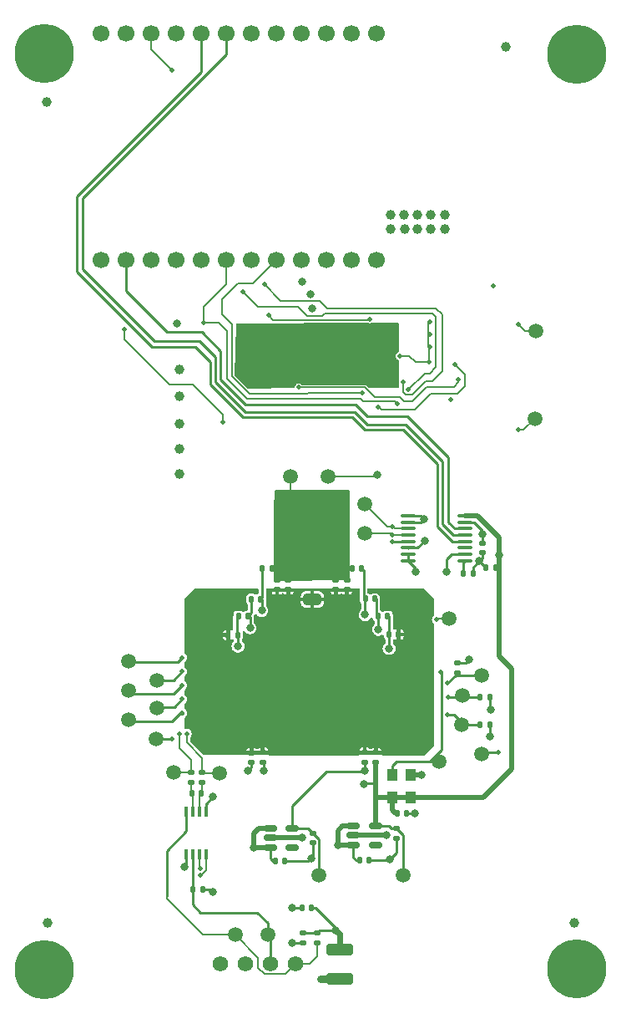
<source format=gtl>
G04 #@! TF.GenerationSoftware,KiCad,Pcbnew,8.0.4*
G04 #@! TF.CreationDate,2024-12-27T03:35:06+01:00*
G04 #@! TF.ProjectId,nerdaxe-gamma,6e657264-6178-4652-9d67-616d6d612e6b,rev?*
G04 #@! TF.SameCoordinates,Original*
G04 #@! TF.FileFunction,Copper,L1,Top*
G04 #@! TF.FilePolarity,Positive*
%FSLAX46Y46*%
G04 Gerber Fmt 4.6, Leading zero omitted, Abs format (unit mm)*
G04 Created by KiCad (PCBNEW 8.0.4) date 2024-12-27 03:35:06*
%MOMM*%
%LPD*%
G01*
G04 APERTURE LIST*
G04 Aperture macros list*
%AMRoundRect*
0 Rectangle with rounded corners*
0 $1 Rounding radius*
0 $2 $3 $4 $5 $6 $7 $8 $9 X,Y pos of 4 corners*
0 Add a 4 corners polygon primitive as box body*
4,1,4,$2,$3,$4,$5,$6,$7,$8,$9,$2,$3,0*
0 Add four circle primitives for the rounded corners*
1,1,$1+$1,$2,$3*
1,1,$1+$1,$4,$5*
1,1,$1+$1,$6,$7*
1,1,$1+$1,$8,$9*
0 Add four rect primitives between the rounded corners*
20,1,$1+$1,$2,$3,$4,$5,0*
20,1,$1+$1,$4,$5,$6,$7,0*
20,1,$1+$1,$6,$7,$8,$9,0*
20,1,$1+$1,$8,$9,$2,$3,0*%
G04 Aperture macros list end*
G04 #@! TA.AperFunction,SMDPad,CuDef*
%ADD10C,1.500000*%
G04 #@! TD*
G04 #@! TA.AperFunction,ComponentPad*
%ADD11C,1.700000*%
G04 #@! TD*
G04 #@! TA.AperFunction,SMDPad,CuDef*
%ADD12RoundRect,0.135000X0.135000X0.185000X-0.135000X0.185000X-0.135000X-0.185000X0.135000X-0.185000X0*%
G04 #@! TD*
G04 #@! TA.AperFunction,SMDPad,CuDef*
%ADD13RoundRect,0.250000X-1.100000X0.325000X-1.100000X-0.325000X1.100000X-0.325000X1.100000X0.325000X0*%
G04 #@! TD*
G04 #@! TA.AperFunction,SMDPad,CuDef*
%ADD14C,1.000000*%
G04 #@! TD*
G04 #@! TA.AperFunction,SMDPad,CuDef*
%ADD15RoundRect,0.140000X0.140000X0.170000X-0.140000X0.170000X-0.140000X-0.170000X0.140000X-0.170000X0*%
G04 #@! TD*
G04 #@! TA.AperFunction,SMDPad,CuDef*
%ADD16RoundRect,0.140000X0.170000X-0.140000X0.170000X0.140000X-0.170000X0.140000X-0.170000X-0.140000X0*%
G04 #@! TD*
G04 #@! TA.AperFunction,SMDPad,CuDef*
%ADD17RoundRect,0.140000X-0.170000X0.140000X-0.170000X-0.140000X0.170000X-0.140000X0.170000X0.140000X0*%
G04 #@! TD*
G04 #@! TA.AperFunction,SMDPad,CuDef*
%ADD18RoundRect,0.135000X-0.185000X0.135000X-0.185000X-0.135000X0.185000X-0.135000X0.185000X0.135000X0*%
G04 #@! TD*
G04 #@! TA.AperFunction,SMDPad,CuDef*
%ADD19RoundRect,0.150000X-0.512500X-0.150000X0.512500X-0.150000X0.512500X0.150000X-0.512500X0.150000X0*%
G04 #@! TD*
G04 #@! TA.AperFunction,SMDPad,CuDef*
%ADD20R,1.100000X1.300000*%
G04 #@! TD*
G04 #@! TA.AperFunction,SMDPad,CuDef*
%ADD21RoundRect,0.140000X-0.140000X-0.170000X0.140000X-0.170000X0.140000X0.170000X-0.140000X0.170000X0*%
G04 #@! TD*
G04 #@! TA.AperFunction,ComponentPad*
%ADD22C,0.800000*%
G04 #@! TD*
G04 #@! TA.AperFunction,ComponentPad*
%ADD23C,6.000000*%
G04 #@! TD*
G04 #@! TA.AperFunction,SMDPad,CuDef*
%ADD24RoundRect,0.250000X-0.650000X0.325000X-0.650000X-0.325000X0.650000X-0.325000X0.650000X0.325000X0*%
G04 #@! TD*
G04 #@! TA.AperFunction,SMDPad,CuDef*
%ADD25RoundRect,0.135000X0.185000X-0.135000X0.185000X0.135000X-0.185000X0.135000X-0.185000X-0.135000X0*%
G04 #@! TD*
G04 #@! TA.AperFunction,SMDPad,CuDef*
%ADD26R,0.400000X1.100000*%
G04 #@! TD*
G04 #@! TA.AperFunction,SMDPad,CuDef*
%ADD27RoundRect,0.100000X-0.637500X-0.100000X0.637500X-0.100000X0.637500X0.100000X-0.637500X0.100000X0*%
G04 #@! TD*
G04 #@! TA.AperFunction,SMDPad,CuDef*
%ADD28RoundRect,0.135000X-0.135000X-0.185000X0.135000X-0.185000X0.135000X0.185000X-0.135000X0.185000X0*%
G04 #@! TD*
G04 #@! TA.AperFunction,ComponentPad*
%ADD29C,0.400000*%
G04 #@! TD*
G04 #@! TA.AperFunction,ComponentPad*
%ADD30C,1.574800*%
G04 #@! TD*
G04 #@! TA.AperFunction,ViaPad*
%ADD31C,0.500000*%
G04 #@! TD*
G04 #@! TA.AperFunction,ViaPad*
%ADD32C,0.800000*%
G04 #@! TD*
G04 #@! TA.AperFunction,ViaPad*
%ADD33C,1.000000*%
G04 #@! TD*
G04 #@! TA.AperFunction,Conductor*
%ADD34C,0.200000*%
G04 #@! TD*
G04 #@! TA.AperFunction,Conductor*
%ADD35C,0.600000*%
G04 #@! TD*
G04 #@! TA.AperFunction,Conductor*
%ADD36C,0.800000*%
G04 #@! TD*
G04 #@! TA.AperFunction,Conductor*
%ADD37C,0.254000*%
G04 #@! TD*
G04 #@! TA.AperFunction,Conductor*
%ADD38C,0.508000*%
G04 #@! TD*
G04 APERTURE END LIST*
D10*
X128270000Y-88011000D03*
X128397000Y-79121000D03*
D11*
X84250000Y-49022000D03*
X86790000Y-49022000D03*
X89330000Y-49022000D03*
X91870000Y-49022000D03*
X94410000Y-49022000D03*
X96950000Y-49022000D03*
X99490000Y-49022000D03*
X102030000Y-49022000D03*
X104570000Y-49022000D03*
X107110000Y-49022000D03*
X109650000Y-49022000D03*
X112190000Y-49022000D03*
X112190000Y-71942000D03*
X109650000Y-71942000D03*
X107110000Y-71942000D03*
X104570000Y-71942000D03*
X102030000Y-71942000D03*
X99490000Y-71942000D03*
X96950000Y-71942000D03*
X94410000Y-71942000D03*
X91870000Y-71942000D03*
X89330000Y-71942000D03*
X86790000Y-71942000D03*
X84250000Y-71942000D03*
D12*
X122010000Y-103710000D03*
X120990000Y-103710000D03*
D13*
X108458000Y-141781000D03*
X108458000Y-144731000D03*
D10*
X114860000Y-134280000D03*
D14*
X125270000Y-50310000D03*
X132260000Y-139060000D03*
X78850000Y-139070000D03*
D15*
X101570000Y-103154000D03*
X100610000Y-103154000D03*
D10*
X122860000Y-121970000D03*
X120820000Y-119010000D03*
D16*
X100655438Y-122810000D03*
X100655438Y-121850000D03*
D17*
X108072400Y-104360000D03*
X108072400Y-105320000D03*
D18*
X94520000Y-123850000D03*
X94520000Y-124870000D03*
D15*
X99161000Y-108024000D03*
X98201000Y-108024000D03*
D17*
X102110000Y-104360000D03*
X102110000Y-105320000D03*
D19*
X101392500Y-129520000D03*
X101392500Y-130470000D03*
X101392500Y-131420000D03*
X103667500Y-131420000D03*
X103667500Y-129520000D03*
D10*
X110990000Y-96640000D03*
X101144000Y-140268000D03*
X96280000Y-123890000D03*
X97834000Y-140298000D03*
X87080000Y-118492000D03*
X103505000Y-93853000D03*
D16*
X99525438Y-122820000D03*
X99525438Y-121860000D03*
X112140000Y-122790000D03*
X112140000Y-121830000D03*
D20*
X115680000Y-126370000D03*
X115680000Y-124070000D03*
X113780000Y-124070000D03*
X113780000Y-126370000D03*
D21*
X101940000Y-132840000D03*
X102900000Y-132840000D03*
D22*
X130250000Y-51120990D03*
X130909010Y-49530000D03*
X130909010Y-52711980D03*
X132500000Y-48870990D03*
D23*
X132500000Y-51120990D03*
D22*
X132500000Y-53370990D03*
X134090990Y-49530000D03*
X134090990Y-52711980D03*
X134750000Y-51120990D03*
D10*
X107315000Y-93853000D03*
D15*
X115270000Y-128010000D03*
X114310000Y-128010000D03*
D14*
X78750000Y-55900000D03*
D10*
X110990000Y-99610000D03*
D12*
X123720000Y-118980000D03*
X122700000Y-118980000D03*
D10*
X91650000Y-123880000D03*
D24*
X105670000Y-103375000D03*
X105670000Y-106325000D03*
D10*
X119550000Y-108280000D03*
X118520000Y-122760000D03*
D25*
X106174000Y-141148000D03*
X106174000Y-140128000D03*
D26*
X94870000Y-127840000D03*
X94220000Y-127840000D03*
X93570000Y-127840000D03*
X92920000Y-127840000D03*
X92920000Y-132140000D03*
X93570000Y-132140000D03*
X94220000Y-132140000D03*
X94870000Y-132140000D03*
D10*
X87080000Y-112616000D03*
D19*
X109843500Y-129279000D03*
X109843500Y-130229000D03*
X109843500Y-131179000D03*
X112118500Y-131179000D03*
X112118500Y-129279000D03*
D22*
X130250000Y-143728000D03*
X130909010Y-142137010D03*
X130909010Y-145318990D03*
X132500000Y-141478000D03*
D23*
X132500000Y-143728000D03*
D22*
X132500000Y-145978000D03*
X134090990Y-142137010D03*
X134090990Y-145318990D03*
X134750000Y-143728000D03*
D17*
X122930000Y-100640000D03*
X122930000Y-101600000D03*
X103240000Y-104360000D03*
X103240000Y-105320000D03*
D18*
X120380000Y-112750000D03*
X120380000Y-113770000D03*
D10*
X122860000Y-113980000D03*
X89860000Y-120480000D03*
D22*
X80750000Y-143855000D03*
X80090990Y-145445990D03*
X80090990Y-142264010D03*
X78500000Y-146105000D03*
D23*
X78500000Y-143855000D03*
D22*
X78500000Y-141605000D03*
X76909010Y-145445990D03*
X76909010Y-142264010D03*
X76250000Y-143855000D03*
D17*
X104734000Y-140138000D03*
X104734000Y-141098000D03*
D15*
X98090000Y-109925000D03*
X97130000Y-109925000D03*
X114410000Y-109860000D03*
X113450000Y-109860000D03*
D27*
X115427500Y-97855000D03*
X115427500Y-98505000D03*
X115427500Y-99155000D03*
X115427500Y-99805000D03*
X115427500Y-100455000D03*
X115427500Y-101105000D03*
X115427500Y-101755000D03*
X115427500Y-102405000D03*
X121152500Y-102405000D03*
X121152500Y-101755000D03*
X121152500Y-101105000D03*
X121152500Y-100455000D03*
X121152500Y-99805000D03*
X121152500Y-99155000D03*
X121152500Y-98505000D03*
X121152500Y-97855000D03*
D28*
X93560000Y-135710000D03*
X94580000Y-135710000D03*
D15*
X112010000Y-106266000D03*
X111050000Y-106266000D03*
D25*
X93380000Y-124870000D03*
X93380000Y-123850000D03*
D21*
X110481000Y-132739000D03*
X111441000Y-132739000D03*
D15*
X124270000Y-103110000D03*
X123310000Y-103110000D03*
D16*
X111000000Y-122790000D03*
X111000000Y-121830000D03*
D22*
X76250000Y-51054000D03*
X76909010Y-49463010D03*
X76909010Y-52644990D03*
X78500000Y-48804000D03*
D23*
X78500000Y-51054000D03*
D22*
X78500000Y-53304000D03*
X80090990Y-49463010D03*
X80090990Y-52644990D03*
X80750000Y-51054000D03*
D17*
X109190000Y-104360000D03*
X109190000Y-105320000D03*
D12*
X123720000Y-116220000D03*
X122700000Y-116220000D03*
D15*
X110695000Y-103146000D03*
X109735000Y-103146000D03*
D10*
X106360000Y-134230000D03*
X120900000Y-116060000D03*
X89890000Y-114520000D03*
D29*
X109090000Y-80137000D03*
X110490000Y-80137000D03*
X111890000Y-80137000D03*
X108090000Y-81417000D03*
X109090000Y-81417000D03*
X110490000Y-81417000D03*
X111890000Y-81417000D03*
X112890000Y-81417000D03*
X109090000Y-82697000D03*
X110490000Y-82697000D03*
X111890000Y-82697000D03*
D15*
X94440000Y-125940000D03*
X93480000Y-125940000D03*
X113310000Y-108026000D03*
X112350000Y-108026000D03*
X105574000Y-137528000D03*
X104614000Y-137528000D03*
D10*
X87080000Y-115554000D03*
X89890000Y-117310000D03*
D17*
X114240000Y-129540000D03*
X114240000Y-130500000D03*
D15*
X100441000Y-106284000D03*
X99481000Y-106284000D03*
D17*
X105750000Y-129990000D03*
X105750000Y-130950000D03*
D30*
X96382400Y-143240851D03*
X98922400Y-143240851D03*
X101462400Y-143240851D03*
X104002400Y-143240851D03*
D31*
X117602000Y-78232000D03*
X117602000Y-79502000D03*
X117602000Y-80772000D03*
X106426000Y-144780000D03*
X91440000Y-52705000D03*
X98679000Y-75184000D03*
X100838000Y-74422000D03*
X86614000Y-78994000D03*
X114935000Y-84328000D03*
X115443000Y-85090000D03*
X96635000Y-88380000D03*
X119761000Y-86106000D03*
X126619000Y-89154000D03*
X126619000Y-78486000D03*
X120523000Y-84074000D03*
X120142000Y-82550000D03*
X124079000Y-74549000D03*
D32*
X105664000Y-76835000D03*
D31*
X117483000Y-82296000D03*
D32*
X105610000Y-116830000D03*
X112180000Y-119260000D03*
X113580000Y-132650000D03*
X98050000Y-114260000D03*
X104490000Y-118700000D03*
D33*
X119126000Y-68802000D03*
D32*
X112180000Y-120800000D03*
X106740000Y-119930000D03*
D33*
X113665000Y-68802000D03*
D32*
X106740000Y-118720000D03*
X104640000Y-130470000D03*
X105540000Y-132550000D03*
D33*
X115005332Y-67405000D03*
D32*
X116770000Y-124080000D03*
X106740000Y-117780000D03*
X104490000Y-117760000D03*
X105630000Y-118700000D03*
D33*
X92202000Y-88519000D03*
D32*
X115260000Y-109040000D03*
X123750000Y-117530000D03*
D33*
X92202000Y-93599000D03*
D32*
X106740000Y-116860000D03*
X105620000Y-82057000D03*
X103604000Y-137538000D03*
X116050000Y-128010000D03*
D33*
X92202000Y-91059000D03*
D32*
X104490000Y-119910000D03*
D33*
X117729000Y-68802000D03*
D32*
X112980000Y-114270000D03*
X105537000Y-75438000D03*
X112280000Y-93737000D03*
X117090000Y-100360000D03*
D33*
X117729000Y-67405000D03*
D32*
X121580000Y-112400000D03*
D33*
X92210000Y-83058000D03*
X113665000Y-67405000D03*
D32*
X122640000Y-102460000D03*
X103604000Y-141088000D03*
X113180000Y-130220000D03*
X119280000Y-103505000D03*
X99370000Y-119240000D03*
D33*
X116372000Y-68805000D03*
X119126000Y-67405000D03*
D32*
X123710000Y-120230000D03*
X96600000Y-108920000D03*
X104490000Y-115746000D03*
X103580000Y-80447000D03*
X105610000Y-80457000D03*
X104648000Y-74168000D03*
X98440000Y-121490000D03*
X92680000Y-133370000D03*
X104490000Y-116840000D03*
X99510000Y-80427000D03*
D33*
X115045332Y-68805000D03*
X92202000Y-85725000D03*
D32*
X106740000Y-115766000D03*
X116990000Y-98200000D03*
D33*
X116332000Y-67405000D03*
D32*
X101500000Y-80427000D03*
X105610000Y-78747000D03*
X107569000Y-99060000D03*
X102489000Y-97790000D03*
X105029000Y-101600000D03*
X102489000Y-100330000D03*
X108839000Y-101600000D03*
X106299000Y-100330000D03*
X106299000Y-99060000D03*
X103759000Y-97790000D03*
X103759000Y-100330000D03*
D31*
X104290000Y-84847000D03*
D32*
X102489000Y-101600000D03*
X103759000Y-102870000D03*
X105029000Y-100330000D03*
X108839000Y-100330000D03*
X102489000Y-99060000D03*
X107569000Y-101600000D03*
X106299000Y-101600000D03*
X107569000Y-102870000D03*
X108839000Y-99060000D03*
X107569000Y-100330000D03*
X105029000Y-97790000D03*
X108839000Y-97790000D03*
X107569000Y-97790000D03*
X103759000Y-101600000D03*
X108839000Y-102870000D03*
X105029000Y-99060000D03*
X102489000Y-102870000D03*
X103759000Y-99060000D03*
X106299000Y-97790000D03*
X108290000Y-131179000D03*
X99710000Y-131420000D03*
X108077000Y-139836400D03*
X91910000Y-78347000D03*
X95550000Y-135970000D03*
X122930000Y-99700000D03*
X95560000Y-126330000D03*
D31*
X94317599Y-134229617D03*
X112380000Y-86807000D03*
X111500000Y-77937000D03*
X101250000Y-77567000D03*
X114300000Y-86487000D03*
X94660000Y-78317000D03*
X94340000Y-133580000D03*
D32*
X100770000Y-123700000D03*
X99180000Y-123710000D03*
D31*
X119430000Y-116250000D03*
X119420000Y-118020000D03*
X124540000Y-121820000D03*
X92180000Y-119960000D03*
X92940000Y-119930000D03*
X114515000Y-81667000D03*
X110740000Y-85377000D03*
D32*
X113470000Y-111290000D03*
X110950000Y-124990000D03*
X124600000Y-101830000D03*
X116205000Y-103505000D03*
X110970000Y-123700000D03*
X112390000Y-109350000D03*
X111030000Y-107870000D03*
X100553800Y-107457400D03*
X99360000Y-109210000D03*
X98140000Y-111060000D03*
D31*
X119420000Y-114790000D03*
X113800000Y-98950000D03*
X113770000Y-99770000D03*
X113830000Y-100500000D03*
X118320000Y-108370000D03*
X118740000Y-113660000D03*
X92480000Y-112210000D03*
X92480000Y-113611428D03*
X92480000Y-115012856D03*
X92480000Y-116414284D03*
X92480000Y-117815712D03*
X91400000Y-120430000D03*
D34*
X117475000Y-79629000D02*
X117602000Y-79502000D01*
X117475000Y-78359000D02*
X117475000Y-79375000D01*
X117602000Y-78232000D02*
X117475000Y-78359000D01*
X117475000Y-79375000D02*
X117602000Y-79502000D01*
X117475000Y-80645000D02*
X117602000Y-80772000D01*
X117475000Y-79629000D02*
X117475000Y-80645000D01*
X117483000Y-80891000D02*
X117602000Y-80772000D01*
X117483000Y-82296000D02*
X117483000Y-80891000D01*
X100203000Y-76708000D02*
X98679000Y-75184000D01*
X104267000Y-76708000D02*
X100203000Y-76708000D01*
X106680000Y-77597000D02*
X105156000Y-77597000D01*
X106934000Y-77343000D02*
X106680000Y-77597000D01*
X117856000Y-77343000D02*
X106934000Y-77343000D01*
X118237000Y-77724000D02*
X117856000Y-77343000D01*
X117602000Y-83439000D02*
X118237000Y-82804000D01*
X105156000Y-77597000D02*
X104267000Y-76708000D01*
X117094000Y-83439000D02*
X117602000Y-83439000D01*
X118237000Y-82804000D02*
X118237000Y-77724000D01*
X115443000Y-85090000D02*
X117094000Y-83439000D01*
X102489000Y-76073000D02*
X100838000Y-74422000D01*
X106426000Y-76073000D02*
X102489000Y-76073000D01*
X107188000Y-76835000D02*
X106426000Y-76073000D01*
X118237000Y-76835000D02*
X107188000Y-76835000D01*
X118872000Y-83185000D02*
X118872000Y-77470000D01*
X117221000Y-84201000D02*
X117856000Y-84201000D01*
X115824000Y-85598000D02*
X117221000Y-84201000D01*
X115189000Y-85598000D02*
X115824000Y-85598000D01*
X114935000Y-85344000D02*
X115189000Y-85598000D01*
X117856000Y-84201000D02*
X118872000Y-83185000D01*
X118872000Y-77470000D02*
X118237000Y-76835000D01*
X114935000Y-84328000D02*
X114935000Y-85344000D01*
D35*
X108458000Y-140217400D02*
X108077000Y-139836400D01*
X108458000Y-141781000D02*
X108458000Y-140217400D01*
D34*
X106475000Y-144731000D02*
X106426000Y-144780000D01*
D36*
X108458000Y-144731000D02*
X106475000Y-144731000D01*
D34*
X112695000Y-87122000D02*
X112380000Y-86807000D01*
X116078000Y-87122000D02*
X112695000Y-87122000D01*
X120396000Y-85471000D02*
X117729000Y-85471000D01*
X120142000Y-82550000D02*
X121158000Y-83566000D01*
X121158000Y-84709000D02*
X120396000Y-85471000D01*
X121158000Y-83566000D02*
X121158000Y-84709000D01*
X117729000Y-85471000D02*
X116078000Y-87122000D01*
X89330000Y-50595000D02*
X89330000Y-49022000D01*
X91440000Y-52705000D02*
X89330000Y-50595000D01*
X86614000Y-80010000D02*
X86614000Y-78994000D01*
X91186000Y-84582000D02*
X86614000Y-80010000D01*
D37*
X118872000Y-98679000D02*
X119998000Y-99805000D01*
X118872000Y-92329000D02*
X118872000Y-98679000D01*
X111252000Y-88646000D02*
X115189000Y-88646000D01*
X119998000Y-99805000D02*
X121152500Y-99805000D01*
X109982000Y-87376000D02*
X111252000Y-88646000D01*
X98933000Y-87376000D02*
X109982000Y-87376000D01*
X95885000Y-84328000D02*
X98933000Y-87376000D01*
X82423000Y-72898000D02*
X89662000Y-80137000D01*
X115189000Y-88646000D02*
X118872000Y-92329000D01*
X82423000Y-65659000D02*
X82423000Y-72898000D01*
X95885000Y-81788000D02*
X95885000Y-84328000D01*
X96950000Y-51132000D02*
X82423000Y-65659000D01*
X94234000Y-80137000D02*
X95885000Y-81788000D01*
X89662000Y-80137000D02*
X94234000Y-80137000D01*
X96950000Y-49022000D02*
X96950000Y-51132000D01*
D34*
X96635000Y-87618000D02*
X96635000Y-88380000D01*
X93599000Y-84582000D02*
X96635000Y-87618000D01*
X91186000Y-84582000D02*
X93599000Y-84582000D01*
D37*
X119886000Y-100455000D02*
X121152500Y-100455000D01*
X118364000Y-92583000D02*
X118364000Y-98933000D01*
X118364000Y-98933000D02*
X119886000Y-100455000D01*
X114935000Y-89154000D02*
X118364000Y-92583000D01*
X109728000Y-87884000D02*
X110998000Y-89154000D01*
X110998000Y-89154000D02*
X114935000Y-89154000D01*
X98679000Y-87884000D02*
X109728000Y-87884000D01*
X95377000Y-82296000D02*
X95377000Y-84582000D01*
X93853000Y-80772000D02*
X95377000Y-82296000D01*
X89408000Y-80772000D02*
X93853000Y-80772000D01*
X95377000Y-84582000D02*
X98679000Y-87884000D01*
X81788000Y-73152000D02*
X89408000Y-80772000D01*
X94410000Y-52910000D02*
X81788000Y-65532000D01*
X81788000Y-65532000D02*
X81788000Y-73152000D01*
X94410000Y-49022000D02*
X94410000Y-52910000D01*
X86790000Y-75106000D02*
X86790000Y-71942000D01*
X90932000Y-79248000D02*
X86790000Y-75106000D01*
X94488000Y-79248000D02*
X90932000Y-79248000D01*
X96393000Y-84074000D02*
X96393000Y-81153000D01*
X98933000Y-86614000D02*
X96393000Y-84074000D01*
X111252000Y-87757000D02*
X110109000Y-86614000D01*
X115316000Y-87757000D02*
X111252000Y-87757000D01*
X96393000Y-81153000D02*
X94488000Y-79248000D01*
X110109000Y-86614000D02*
X98933000Y-86614000D01*
X119507000Y-98487000D02*
X119507000Y-91948000D01*
X120175000Y-99155000D02*
X119507000Y-98487000D01*
X119507000Y-91948000D02*
X115316000Y-87757000D01*
X121152500Y-99155000D02*
X120175000Y-99155000D01*
D34*
X105250000Y-85377000D02*
X110740000Y-85377000D01*
X99314000Y-85471000D02*
X105156000Y-85471000D01*
X97536000Y-83693000D02*
X99314000Y-85471000D01*
X96520000Y-77470000D02*
X97536000Y-78486000D01*
X98171000Y-74295000D02*
X96520000Y-75946000D01*
X105156000Y-85471000D02*
X105250000Y-85377000D01*
X99677000Y-74295000D02*
X98171000Y-74295000D01*
X96520000Y-75946000D02*
X96520000Y-77470000D01*
X97536000Y-78486000D02*
X97536000Y-83693000D01*
X102030000Y-71942000D02*
X99677000Y-74295000D01*
X96950000Y-74373000D02*
X96950000Y-71942000D01*
X94660000Y-76663000D02*
X96950000Y-74373000D01*
X94660000Y-78317000D02*
X94660000Y-76663000D01*
X120523000Y-84328000D02*
X120523000Y-84074000D01*
X120064000Y-84787000D02*
X120523000Y-84328000D01*
X115824000Y-86233000D02*
X117270000Y-84787000D01*
X114980527Y-86233000D02*
X115824000Y-86233000D01*
X114552927Y-85805400D02*
X114980527Y-86233000D01*
X112008400Y-85805400D02*
X114552927Y-85805400D01*
X111030000Y-84827000D02*
X112008400Y-85805400D01*
X117270000Y-84787000D02*
X120064000Y-84787000D01*
X104310000Y-84827000D02*
X111030000Y-84827000D01*
X104290000Y-84847000D02*
X104310000Y-84827000D01*
X96224000Y-78317000D02*
X94660000Y-78317000D01*
X97028000Y-79121000D02*
X96224000Y-78317000D01*
X97028000Y-83947000D02*
X97028000Y-79121000D01*
X99060000Y-85979000D02*
X97028000Y-83947000D01*
X110552000Y-85979000D02*
X99060000Y-85979000D01*
X114300000Y-86487000D02*
X114046000Y-86233000D01*
X114046000Y-86233000D02*
X110806000Y-86233000D01*
X110806000Y-86233000D02*
X110552000Y-85979000D01*
X127127000Y-89154000D02*
X126619000Y-89154000D01*
X128270000Y-88011000D02*
X127127000Y-89154000D01*
X127254000Y-79121000D02*
X126619000Y-78486000D01*
X128397000Y-79121000D02*
X127254000Y-79121000D01*
X112164000Y-93853000D02*
X112280000Y-93737000D01*
X107315000Y-93853000D02*
X112164000Y-93853000D01*
X103505000Y-97536000D02*
X103759000Y-97790000D01*
X103505000Y-93853000D02*
X103505000Y-97536000D01*
D37*
X101462400Y-140516400D02*
X101462400Y-143240851D01*
X101104000Y-140158000D02*
X101462400Y-140516400D01*
X108077000Y-139836400D02*
X108077000Y-139571000D01*
X108077000Y-139571000D02*
X106034000Y-137528000D01*
X108077000Y-139836400D02*
X106465600Y-139836400D01*
X106034000Y-137528000D02*
X105574000Y-137528000D01*
X106465600Y-139836400D02*
X106174000Y-140128000D01*
D34*
X102971251Y-144272000D02*
X104002400Y-143240851D01*
X100203000Y-143637000D02*
X100838000Y-144272000D01*
X100203000Y-142667000D02*
X100203000Y-143637000D01*
X100838000Y-144272000D02*
X102971251Y-144272000D01*
X97834000Y-140298000D02*
X100203000Y-142667000D01*
X105425149Y-143240851D02*
X104002400Y-143240851D01*
X106174000Y-141148000D02*
X106174000Y-142492000D01*
X106174000Y-142492000D02*
X105425149Y-143240851D01*
X90900000Y-136620000D02*
X90900000Y-136398000D01*
X97834000Y-140298000D02*
X94578000Y-140298000D01*
D37*
X90900000Y-136398000D02*
X90900000Y-131800000D01*
D34*
X94578000Y-140298000D02*
X90900000Y-136620000D01*
D37*
X101144000Y-139117000D02*
X101144000Y-140268000D01*
X94361000Y-138049000D02*
X100076000Y-138049000D01*
X93560000Y-137248000D02*
X94361000Y-138049000D01*
X100076000Y-138049000D02*
X101144000Y-139117000D01*
X93560000Y-135710000D02*
X93560000Y-137248000D01*
X93570000Y-132140000D02*
X93570000Y-135700000D01*
X93570000Y-135700000D02*
X93560000Y-135710000D01*
X93570000Y-132140000D02*
X93599000Y-132169000D01*
D34*
X117483000Y-82296000D02*
X116144000Y-82296000D01*
X115509000Y-81661000D02*
X114521000Y-81661000D01*
X116144000Y-82296000D02*
X115509000Y-81661000D01*
X114521000Y-81661000D02*
X114515000Y-81667000D01*
D37*
X104734000Y-141098000D02*
X103614000Y-141098000D01*
X123310000Y-103110000D02*
X123290000Y-103110000D01*
X123720000Y-116220000D02*
X123720000Y-117500000D01*
D38*
X115690000Y-124080000D02*
X115680000Y-124070000D01*
D37*
X121230000Y-112750000D02*
X121580000Y-112400000D01*
D38*
X101392500Y-130470000D02*
X104640000Y-130470000D01*
D37*
X116050000Y-128010000D02*
X115440000Y-128010000D01*
X120380000Y-112750000D02*
X121230000Y-112750000D01*
X116685000Y-98505000D02*
X116990000Y-98200000D01*
X123720000Y-120220000D02*
X123710000Y-120230000D01*
X122010000Y-103710000D02*
X122010000Y-103090000D01*
X123290000Y-103110000D02*
X122640000Y-102460000D01*
X115427500Y-98505000D02*
X116685000Y-98505000D01*
X111441000Y-132739000D02*
X113491000Y-132739000D01*
X102900000Y-132840000D02*
X105250000Y-132840000D01*
D38*
X109852500Y-130220000D02*
X109843500Y-130229000D01*
D37*
X103614000Y-141098000D02*
X103604000Y-141088000D01*
X115427500Y-97855000D02*
X116645000Y-97855000D01*
X115427500Y-101105000D02*
X116345000Y-101105000D01*
X92920000Y-133130000D02*
X92680000Y-133370000D01*
X114240000Y-131990000D02*
X113580000Y-132650000D01*
X123720000Y-118980000D02*
X123720000Y-120220000D01*
X105250000Y-132840000D02*
X105540000Y-132550000D01*
X114240000Y-130500000D02*
X114240000Y-131990000D01*
X113491000Y-132739000D02*
X113580000Y-132650000D01*
X115422500Y-101110000D02*
X115427500Y-101105000D01*
X122930000Y-101600000D02*
X122930000Y-102170000D01*
X122010000Y-103090000D02*
X122640000Y-102460000D01*
X105750000Y-132340000D02*
X105540000Y-132550000D01*
D34*
X109175000Y-105690000D02*
X109060000Y-105690000D01*
D37*
X119280000Y-103505000D02*
X119280000Y-102250000D01*
X104604000Y-137538000D02*
X104614000Y-137528000D01*
X119280000Y-102250000D02*
X119775000Y-101755000D01*
D38*
X113180000Y-130220000D02*
X109852500Y-130220000D01*
D37*
X119775000Y-101755000D02*
X121152500Y-101755000D01*
X116645000Y-97855000D02*
X116990000Y-98200000D01*
X92920000Y-132140000D02*
X92920000Y-133130000D01*
X122930000Y-102170000D02*
X122640000Y-102460000D01*
X105750000Y-130950000D02*
X105750000Y-132340000D01*
D38*
X116770000Y-124080000D02*
X115690000Y-124080000D01*
D37*
X123720000Y-117500000D02*
X123750000Y-117530000D01*
X103604000Y-137538000D02*
X104604000Y-137538000D01*
X116345000Y-101105000D02*
X117090000Y-100360000D01*
D38*
X99710000Y-130060000D02*
X100250000Y-129520000D01*
D37*
X109843500Y-132443500D02*
X109843500Y-131179000D01*
D38*
X99710000Y-131420000D02*
X99710000Y-130060000D01*
D37*
X101690000Y-132840000D02*
X101392500Y-132542500D01*
D38*
X99710000Y-131420000D02*
X101392500Y-131420000D01*
D37*
X104734000Y-140138000D02*
X106164000Y-140138000D01*
X110481000Y-132739000D02*
X110139000Y-132739000D01*
X106164000Y-140138000D02*
X106174000Y-140128000D01*
D38*
X100250000Y-129520000D02*
X101392500Y-129520000D01*
D37*
X101392500Y-132542500D02*
X101392500Y-131420000D01*
D38*
X108290000Y-131179000D02*
X108290000Y-129730000D01*
D37*
X101940000Y-132840000D02*
X101690000Y-132840000D01*
D38*
X108290000Y-129730000D02*
X108741000Y-129279000D01*
D37*
X110139000Y-132739000D02*
X109843500Y-132443500D01*
D38*
X108290000Y-131179000D02*
X109843500Y-131179000D01*
X108741000Y-129279000D02*
X109843500Y-129279000D01*
D37*
X94870000Y-127840000D02*
X94870000Y-127020000D01*
X122095000Y-98505000D02*
X122930000Y-99340000D01*
X121152500Y-98505000D02*
X122095000Y-98505000D01*
X94870000Y-127020000D02*
X95560000Y-126330000D01*
X95550000Y-135970000D02*
X95290000Y-135710000D01*
X122930000Y-99340000D02*
X122930000Y-99700000D01*
X122930000Y-100640000D02*
X122930000Y-99700000D01*
X95290000Y-135710000D02*
X94580000Y-135710000D01*
D34*
X94397490Y-134229617D02*
X94317599Y-134229617D01*
X94870000Y-133757107D02*
X94397490Y-134229617D01*
X94870000Y-132140000D02*
X94870000Y-133757107D01*
D37*
X97334000Y-140298000D02*
X97384000Y-140348000D01*
X90900000Y-131800000D02*
X92920000Y-129780000D01*
X92920000Y-129780000D02*
X92920000Y-127840000D01*
D34*
X111440000Y-77997000D02*
X111500000Y-77937000D01*
X101680000Y-77997000D02*
X111440000Y-77997000D01*
X101250000Y-77567000D02*
X101680000Y-77997000D01*
X94220000Y-133460000D02*
X94340000Y-133580000D01*
X94220000Y-132140000D02*
X94220000Y-133460000D01*
D37*
X100770000Y-122924562D02*
X100655438Y-122810000D01*
X100770000Y-123700000D02*
X100770000Y-122924562D01*
X99525438Y-123364562D02*
X99525438Y-122820000D01*
X99180000Y-123710000D02*
X99525438Y-123364562D01*
X119430000Y-116250000D02*
X122670000Y-116250000D01*
X122670000Y-116250000D02*
X122700000Y-116220000D01*
X120100000Y-118020000D02*
X121060000Y-118980000D01*
X121060000Y-118980000D02*
X122700000Y-118980000D01*
X119420000Y-118020000D02*
X120100000Y-118020000D01*
X120990000Y-102567500D02*
X121152500Y-102405000D01*
X120990000Y-103710000D02*
X120990000Y-102567500D01*
X123010000Y-121820000D02*
X122860000Y-121970000D01*
X124540000Y-121820000D02*
X123010000Y-121820000D01*
D34*
X91650000Y-123880000D02*
X93350000Y-123880000D01*
X93350000Y-123880000D02*
X93380000Y-123850000D01*
X92180000Y-119960000D02*
X92180000Y-121400000D01*
X92180000Y-121400000D02*
X93380000Y-122600000D01*
X93380000Y-122600000D02*
X93380000Y-123850000D01*
X96280000Y-123890000D02*
X94560000Y-123890000D01*
X92940000Y-120830000D02*
X94520000Y-122410000D01*
X94560000Y-123890000D02*
X94520000Y-123850000D01*
X92940000Y-119930000D02*
X92940000Y-120830000D01*
X94520000Y-122410000D02*
X94520000Y-123850000D01*
X94520000Y-125860000D02*
X94440000Y-125940000D01*
X94220000Y-126160000D02*
X94440000Y-125940000D01*
X94220000Y-127840000D02*
X94220000Y-126160000D01*
X94520000Y-124870000D02*
X94520000Y-125860000D01*
X93380000Y-124870000D02*
X93380000Y-125840000D01*
X93380000Y-125840000D02*
X93480000Y-125940000D01*
X93570000Y-127840000D02*
X93570000Y-126030000D01*
X93570000Y-126030000D02*
X93480000Y-125940000D01*
D37*
X113470000Y-109880000D02*
X113450000Y-109860000D01*
X113310000Y-108026000D02*
X113390000Y-108026000D01*
X113470000Y-111290000D02*
X113470000Y-109880000D01*
X113480000Y-109886000D02*
X113480000Y-108026000D01*
D38*
X112140000Y-124170000D02*
X112140000Y-122790000D01*
X112118500Y-126360000D02*
X112128500Y-126370000D01*
X114140000Y-128010000D02*
X113790000Y-127660000D01*
D37*
X114240000Y-129540000D02*
X114860000Y-130160000D01*
X110970000Y-124970000D02*
X111900000Y-124970000D01*
D38*
X112118500Y-124191500D02*
X112118500Y-126360000D01*
X112140000Y-124170000D02*
X112118500Y-124191500D01*
X124600000Y-101830000D02*
X124600000Y-100060000D01*
X124600000Y-100060000D02*
X122395000Y-97855000D01*
D37*
X116205000Y-103505000D02*
X116205000Y-103182500D01*
D38*
X122395000Y-97855000D02*
X121152500Y-97855000D01*
X113790000Y-127660000D02*
X113790000Y-126380000D01*
X124600000Y-112040000D02*
X124600000Y-101830000D01*
D37*
X114240000Y-129540000D02*
X113720000Y-129540000D01*
X114860000Y-130160000D02*
X114860000Y-134280000D01*
D38*
X113790000Y-126380000D02*
X113780000Y-126370000D01*
X112128500Y-126370000D02*
X113780000Y-126370000D01*
D37*
X113459000Y-129279000D02*
X112118500Y-129279000D01*
D38*
X125900000Y-113340000D02*
X124600000Y-112040000D01*
D37*
X111900000Y-124970000D02*
X112140000Y-124730000D01*
D38*
X125900000Y-123480000D02*
X125900000Y-113340000D01*
X122980000Y-126400000D02*
X125900000Y-123480000D01*
D37*
X110950000Y-124990000D02*
X110970000Y-124970000D01*
X113720000Y-129540000D02*
X113459000Y-129279000D01*
D38*
X112118500Y-126360000D02*
X112118500Y-129279000D01*
X114220000Y-126400000D02*
X122980000Y-126400000D01*
D37*
X115427500Y-101755000D02*
X115427500Y-102405000D01*
X116205000Y-103182500D02*
X115427500Y-102405000D01*
X103667500Y-129520000D02*
X103667500Y-127202500D01*
X110970000Y-123700000D02*
X110970000Y-123440000D01*
X103667500Y-127202500D02*
X107100000Y-123770000D01*
X105750000Y-129990000D02*
X106360000Y-130600000D01*
X105750000Y-129990000D02*
X105280000Y-129520000D01*
X106360000Y-130600000D02*
X106360000Y-134230000D01*
X107100000Y-123770000D02*
X110900000Y-123770000D01*
X111000000Y-123410000D02*
X111000000Y-122790000D01*
X110970000Y-123440000D02*
X111000000Y-123410000D01*
X110900000Y-123770000D02*
X110970000Y-123700000D01*
X105280000Y-129520000D02*
X103667500Y-129520000D01*
X112390000Y-108236000D02*
X112180000Y-108026000D01*
X112180000Y-108026000D02*
X112180000Y-106266000D01*
X112390000Y-109350000D02*
X112390000Y-108236000D01*
X111990000Y-106246000D02*
X112010000Y-106266000D01*
X111030000Y-106286000D02*
X111050000Y-106266000D01*
X110890000Y-103341000D02*
X110695000Y-103146000D01*
X111030000Y-107870000D02*
X111030000Y-106286000D01*
X110890000Y-106106000D02*
X110890000Y-103341000D01*
X111050000Y-106266000D02*
X110890000Y-106106000D01*
X100611000Y-107400200D02*
X100611000Y-106284000D01*
X100553800Y-107457400D02*
X100611000Y-107400200D01*
X100600000Y-106125000D02*
X100441000Y-106284000D01*
X100600000Y-103164000D02*
X100600000Y-106125000D01*
X100610000Y-103154000D02*
X100600000Y-103164000D01*
X99481000Y-107704000D02*
X99161000Y-108024000D01*
X99360000Y-109210000D02*
X99360000Y-108053000D01*
X99481000Y-106284000D02*
X99481000Y-107704000D01*
X99360000Y-108053000D02*
X99331000Y-108024000D01*
X98081000Y-109974000D02*
X98031000Y-109924000D01*
X98140000Y-109975000D02*
X98125000Y-109960000D01*
X98031000Y-109924000D02*
X98031000Y-108024000D01*
X98140000Y-111060000D02*
X98140000Y-109975000D01*
X119420000Y-114790000D02*
X120230000Y-113980000D01*
X120230000Y-113980000D02*
X122860000Y-113980000D01*
D34*
X113800000Y-98950000D02*
X113300000Y-98950000D01*
D37*
X113800000Y-98950000D02*
X113670000Y-98950000D01*
D34*
X114005000Y-99155000D02*
X113800000Y-98950000D01*
X115427500Y-99155000D02*
X114005000Y-99155000D01*
X113300000Y-98950000D02*
X110990000Y-96640000D01*
X113805000Y-99805000D02*
X113770000Y-99770000D01*
X113770000Y-99770000D02*
X113610000Y-99610000D01*
X115427500Y-99805000D02*
X113805000Y-99805000D01*
X113610000Y-99610000D02*
X110990000Y-99610000D01*
D37*
X115427500Y-100455000D02*
X113875000Y-100455000D01*
D34*
X118410000Y-108280000D02*
X118320000Y-108370000D01*
D37*
X113875000Y-100455000D02*
X113830000Y-100500000D01*
X115383100Y-100499400D02*
X115427500Y-100455000D01*
D34*
X119550000Y-108280000D02*
X118410000Y-108280000D01*
D37*
X118740000Y-113660000D02*
X118760000Y-113680000D01*
X113790000Y-123140000D02*
X113790000Y-124060000D01*
X114230000Y-122700000D02*
X113790000Y-123140000D01*
X118760000Y-113680000D02*
X118760000Y-121550000D01*
X117610000Y-122700000D02*
X114230000Y-122700000D01*
X118760000Y-121550000D02*
X117610000Y-122700000D01*
X113790000Y-124060000D02*
X113780000Y-124070000D01*
X92480000Y-112210000D02*
X92060000Y-112630000D01*
X92060000Y-112630000D02*
X87325600Y-112630000D01*
X87325600Y-112630000D02*
X87025800Y-112929800D01*
X92480000Y-113611428D02*
X91571428Y-114520000D01*
X91571428Y-114520000D02*
X89900000Y-114520000D01*
X87481400Y-115900000D02*
X87127400Y-115546000D01*
X91592856Y-115900000D02*
X87481400Y-115900000D01*
X92480000Y-115012856D02*
X91592856Y-115900000D01*
X91684284Y-117210000D02*
X89860000Y-117210000D01*
X92480000Y-116414284D02*
X91684284Y-117210000D01*
X87430000Y-118700000D02*
X87110000Y-118380000D01*
X92304288Y-117815712D02*
X91420000Y-118700000D01*
X92560000Y-117895712D02*
X92480000Y-117815712D01*
X92480000Y-117815712D02*
X92304288Y-117815712D01*
X91420000Y-118700000D02*
X87430000Y-118700000D01*
X91400000Y-120430000D02*
X89910000Y-120430000D01*
X89910000Y-120430000D02*
X89860000Y-120480000D01*
G04 #@! TA.AperFunction,Conductor*
G36*
X109416381Y-95270002D02*
G01*
X109462874Y-95323658D01*
X109474260Y-95375739D01*
X109477707Y-97040138D01*
X109493098Y-100644551D01*
X109508527Y-104257571D01*
X109488816Y-104325777D01*
X109435359Y-104372498D01*
X109383453Y-104384106D01*
X101897273Y-104439065D01*
X101829007Y-104419563D01*
X101782122Y-104366250D01*
X101770348Y-104312723D01*
X101770499Y-104257571D01*
X101789994Y-97131912D01*
X101790066Y-97128055D01*
X101849857Y-95371713D01*
X101872165Y-95304312D01*
X101927372Y-95259672D01*
X101975784Y-95250000D01*
X109348260Y-95250000D01*
X109416381Y-95270002D01*
G37*
G04 #@! TD.AperFunction*
G04 #@! TA.AperFunction,Conductor*
G36*
X117025706Y-105210463D02*
G01*
X117046342Y-105227061D01*
X117462911Y-105642809D01*
X117974836Y-106153726D01*
X118008381Y-106215016D01*
X118011241Y-106241348D01*
X118013216Y-107913366D01*
X117993611Y-107980428D01*
X117982930Y-107994714D01*
X117894623Y-108096627D01*
X117894622Y-108096628D01*
X117834834Y-108227543D01*
X117814353Y-108370000D01*
X117834834Y-108512456D01*
X117877931Y-108606823D01*
X117894623Y-108643373D01*
X117984009Y-108746531D01*
X118013034Y-108810086D01*
X118014296Y-108827587D01*
X118028758Y-121068567D01*
X118009153Y-121135629D01*
X117992456Y-121156377D01*
X117066362Y-122082832D01*
X117005046Y-122116329D01*
X116978566Y-122119168D01*
X112825776Y-122115883D01*
X112758752Y-122096145D01*
X112731584Y-122072415D01*
X112695358Y-122030000D01*
X110444643Y-122030000D01*
X110410112Y-122070430D01*
X110351604Y-122108623D01*
X110315724Y-122113898D01*
X101316358Y-122106781D01*
X101249334Y-122087043D01*
X101222165Y-122063312D01*
X101210796Y-122050000D01*
X100106558Y-122050000D01*
X100093434Y-122057166D01*
X100067076Y-122060000D01*
X98970080Y-122060000D01*
X98968899Y-122061383D01*
X98910391Y-122099575D01*
X98874512Y-122104850D01*
X94758540Y-122101595D01*
X94691516Y-122081857D01*
X94670957Y-122065276D01*
X94265681Y-121660000D01*
X98970080Y-121660000D01*
X99325438Y-121660000D01*
X99325438Y-121330000D01*
X99725438Y-121330000D01*
X99725438Y-121660000D01*
X100074318Y-121660000D01*
X100087442Y-121652834D01*
X100113800Y-121650000D01*
X100455438Y-121650000D01*
X100855438Y-121650000D01*
X101210795Y-121650000D01*
X101210794Y-121649999D01*
X101207627Y-121630000D01*
X110444642Y-121630000D01*
X110800000Y-121630000D01*
X111200000Y-121630000D01*
X111940000Y-121630000D01*
X112340000Y-121630000D01*
X112695357Y-121630000D01*
X112695356Y-121629999D01*
X112685534Y-121567982D01*
X112629447Y-121457906D01*
X112629444Y-121457901D01*
X112542098Y-121370555D01*
X112542093Y-121370551D01*
X112432015Y-121314463D01*
X112340691Y-121300000D01*
X112340000Y-121300000D01*
X112340000Y-121630000D01*
X111940000Y-121630000D01*
X111940000Y-121300000D01*
X111939310Y-121300001D01*
X111847982Y-121314465D01*
X111737906Y-121370552D01*
X111737901Y-121370555D01*
X111657681Y-121450776D01*
X111596358Y-121484261D01*
X111526666Y-121479277D01*
X111482319Y-121450776D01*
X111402098Y-121370555D01*
X111402093Y-121370551D01*
X111292015Y-121314463D01*
X111200691Y-121300000D01*
X111200000Y-121300000D01*
X111200000Y-121630000D01*
X110800000Y-121630000D01*
X110800000Y-121300000D01*
X110799310Y-121300001D01*
X110707982Y-121314465D01*
X110597906Y-121370552D01*
X110597901Y-121370555D01*
X110510555Y-121457901D01*
X110510551Y-121457906D01*
X110454463Y-121567983D01*
X110444642Y-121630000D01*
X101207627Y-121630000D01*
X101200972Y-121587982D01*
X101144885Y-121477906D01*
X101144882Y-121477901D01*
X101057536Y-121390555D01*
X101057531Y-121390551D01*
X100947453Y-121334463D01*
X100856129Y-121320000D01*
X100855438Y-121320000D01*
X100855438Y-121650000D01*
X100455438Y-121650000D01*
X100455438Y-121320000D01*
X100454748Y-121320001D01*
X100363420Y-121334465D01*
X100253344Y-121390552D01*
X100253339Y-121390555D01*
X100173119Y-121470776D01*
X100111796Y-121504261D01*
X100042104Y-121499277D01*
X99997757Y-121470776D01*
X99927536Y-121400555D01*
X99927531Y-121400551D01*
X99817453Y-121344463D01*
X99726129Y-121330000D01*
X99725438Y-121330000D01*
X99325438Y-121330000D01*
X99324748Y-121330001D01*
X99233420Y-121344465D01*
X99123344Y-121400552D01*
X99123339Y-121400555D01*
X99035993Y-121487901D01*
X99035989Y-121487906D01*
X98979901Y-121597983D01*
X98970080Y-121660000D01*
X94265681Y-121660000D01*
X94009971Y-121404290D01*
X93326819Y-120721137D01*
X93293334Y-120659814D01*
X93290500Y-120633456D01*
X93290500Y-120336035D01*
X93310185Y-120268996D01*
X93320782Y-120254837D01*
X93365377Y-120203373D01*
X93425165Y-120072457D01*
X93445647Y-119930000D01*
X93425165Y-119787543D01*
X93365377Y-119656627D01*
X93271128Y-119547857D01*
X93150053Y-119470047D01*
X93150051Y-119470046D01*
X93150049Y-119470045D01*
X93150050Y-119470045D01*
X93011963Y-119429500D01*
X93011961Y-119429500D01*
X92868039Y-119429500D01*
X92864000Y-119429500D01*
X92796961Y-119409815D01*
X92751206Y-119357011D01*
X92740000Y-119305500D01*
X92740000Y-118311275D01*
X92759685Y-118244236D01*
X92796962Y-118206959D01*
X92798155Y-118206191D01*
X92811128Y-118197855D01*
X92905377Y-118089085D01*
X92965165Y-117958169D01*
X92985647Y-117815712D01*
X92965165Y-117673255D01*
X92905377Y-117542339D01*
X92905375Y-117542337D01*
X92905374Y-117542334D01*
X92811133Y-117433574D01*
X92811129Y-117433571D01*
X92811128Y-117433569D01*
X92811126Y-117433567D01*
X92811122Y-117433564D01*
X92796958Y-117424461D01*
X92751204Y-117371656D01*
X92740000Y-117320148D01*
X92740000Y-116909847D01*
X92759685Y-116842808D01*
X92796962Y-116805531D01*
X92798155Y-116804763D01*
X92811128Y-116796427D01*
X92905377Y-116687657D01*
X92965165Y-116556741D01*
X92985647Y-116414284D01*
X92965165Y-116271827D01*
X92905377Y-116140911D01*
X92905375Y-116140909D01*
X92905374Y-116140906D01*
X92811133Y-116032146D01*
X92811129Y-116032143D01*
X92811128Y-116032141D01*
X92811126Y-116032139D01*
X92811122Y-116032136D01*
X92796958Y-116023033D01*
X92751204Y-115970228D01*
X92740000Y-115918720D01*
X92740000Y-115508419D01*
X92759685Y-115441380D01*
X92796962Y-115404103D01*
X92798155Y-115403335D01*
X92811128Y-115394999D01*
X92905377Y-115286229D01*
X92965165Y-115155313D01*
X92985647Y-115012856D01*
X92965165Y-114870399D01*
X92905377Y-114739483D01*
X92905375Y-114739481D01*
X92905374Y-114739478D01*
X92811133Y-114630718D01*
X92811129Y-114630715D01*
X92811128Y-114630713D01*
X92811126Y-114630711D01*
X92811122Y-114630708D01*
X92796958Y-114621605D01*
X92751204Y-114568800D01*
X92740000Y-114517292D01*
X92740000Y-114106991D01*
X92759685Y-114039952D01*
X92796962Y-114002675D01*
X92798155Y-114001907D01*
X92811128Y-113993571D01*
X92905377Y-113884801D01*
X92965165Y-113753885D01*
X92985647Y-113611428D01*
X92965165Y-113468971D01*
X92905377Y-113338055D01*
X92905375Y-113338053D01*
X92905374Y-113338050D01*
X92811133Y-113229290D01*
X92811129Y-113229287D01*
X92811128Y-113229285D01*
X92811126Y-113229283D01*
X92811122Y-113229280D01*
X92796958Y-113220177D01*
X92751204Y-113167372D01*
X92740000Y-113115864D01*
X92740000Y-112705563D01*
X92759685Y-112638524D01*
X92796962Y-112601247D01*
X92798155Y-112600479D01*
X92811128Y-112592143D01*
X92905377Y-112483373D01*
X92965165Y-112352457D01*
X92985647Y-112210000D01*
X92965165Y-112067543D01*
X92905377Y-111936627D01*
X92905375Y-111936625D01*
X92905374Y-111936622D01*
X92811133Y-111827862D01*
X92811129Y-111827859D01*
X92811128Y-111827857D01*
X92811126Y-111827855D01*
X92811122Y-111827852D01*
X92796958Y-111818749D01*
X92751204Y-111765944D01*
X92740000Y-111714436D01*
X92740000Y-110125689D01*
X96600001Y-110125689D01*
X96614465Y-110217017D01*
X96670552Y-110327093D01*
X96670555Y-110327098D01*
X96757901Y-110414444D01*
X96757906Y-110414447D01*
X96867982Y-110470534D01*
X96929999Y-110480356D01*
X96930000Y-110480356D01*
X96930000Y-110125000D01*
X96600001Y-110125000D01*
X96600001Y-110125689D01*
X92740000Y-110125689D01*
X92740000Y-109724308D01*
X96600000Y-109724308D01*
X96600000Y-109725000D01*
X96930000Y-109725000D01*
X96930000Y-109369641D01*
X96867983Y-109379463D01*
X96757906Y-109435551D01*
X96757901Y-109435555D01*
X96670555Y-109522901D01*
X96670551Y-109522906D01*
X96614463Y-109632984D01*
X96600000Y-109724308D01*
X92740000Y-109724308D01*
X92740000Y-106261334D01*
X92759685Y-106194295D01*
X92776284Y-106173687D01*
X92794257Y-106155700D01*
X93703717Y-105245520D01*
X93765026Y-105212012D01*
X93791330Y-105209168D01*
X100098406Y-105204176D01*
X100165457Y-105223807D01*
X100211254Y-105276574D01*
X100222500Y-105328175D01*
X100222500Y-105639742D01*
X100202815Y-105706781D01*
X100154795Y-105750226D01*
X100068612Y-105794138D01*
X100068603Y-105794145D01*
X100048681Y-105814068D01*
X99987358Y-105847553D01*
X99917666Y-105842569D01*
X99873319Y-105814068D01*
X99853396Y-105794145D01*
X99853393Y-105794143D01*
X99853391Y-105794141D01*
X99743175Y-105737983D01*
X99743174Y-105737982D01*
X99743171Y-105737981D01*
X99651735Y-105723500D01*
X99310260Y-105723500D01*
X99310260Y-105723501D01*
X99218829Y-105737981D01*
X99218828Y-105737981D01*
X99108607Y-105794142D01*
X99108603Y-105794145D01*
X99021145Y-105881603D01*
X99021142Y-105881608D01*
X98964981Y-105991827D01*
X98964981Y-105991828D01*
X98950500Y-106083264D01*
X98950500Y-106484739D01*
X98964981Y-106576170D01*
X98964981Y-106576171D01*
X98964982Y-106576174D01*
X98964983Y-106576175D01*
X98991828Y-106628862D01*
X99021142Y-106686392D01*
X99021144Y-106686395D01*
X99067180Y-106732430D01*
X99100666Y-106793753D01*
X99103500Y-106820112D01*
X99103500Y-107339964D01*
X99083815Y-107407003D01*
X99031011Y-107452758D01*
X98994976Y-107462095D01*
X98995078Y-107462738D01*
X98898829Y-107477981D01*
X98898828Y-107477981D01*
X98788607Y-107534142D01*
X98788603Y-107534145D01*
X98768681Y-107554068D01*
X98707358Y-107587553D01*
X98637666Y-107582569D01*
X98593319Y-107554068D01*
X98573396Y-107534145D01*
X98573393Y-107534143D01*
X98573391Y-107534141D01*
X98463175Y-107477983D01*
X98463174Y-107477982D01*
X98463171Y-107477981D01*
X98371735Y-107463500D01*
X98030260Y-107463500D01*
X98030260Y-107463501D01*
X97938829Y-107477981D01*
X97938828Y-107477981D01*
X97828607Y-107534142D01*
X97828603Y-107534145D01*
X97741145Y-107621603D01*
X97741142Y-107621608D01*
X97684981Y-107731827D01*
X97684981Y-107731828D01*
X97670500Y-107823264D01*
X97670500Y-107894530D01*
X97666275Y-107926622D01*
X97653500Y-107974299D01*
X97653500Y-109310347D01*
X97633815Y-109377386D01*
X97581011Y-109423141D01*
X97511853Y-109433085D01*
X97473205Y-109420832D01*
X97392016Y-109379463D01*
X97330000Y-109369641D01*
X97330000Y-110480356D01*
X97392017Y-110470534D01*
X97502093Y-110414447D01*
X97521963Y-110394578D01*
X97583286Y-110361092D01*
X97652977Y-110366075D01*
X97697331Y-110394581D01*
X97704159Y-110401409D01*
X97737639Y-110462735D01*
X97732650Y-110532426D01*
X97698698Y-110581899D01*
X97649518Y-110625468D01*
X97559781Y-110755475D01*
X97559780Y-110755476D01*
X97503762Y-110903181D01*
X97484722Y-111059999D01*
X97484722Y-111060000D01*
X97503762Y-111216818D01*
X97531517Y-111290000D01*
X97559780Y-111364523D01*
X97649517Y-111494530D01*
X97767760Y-111599283D01*
X97767762Y-111599284D01*
X97907634Y-111672696D01*
X98061014Y-111710500D01*
X98061015Y-111710500D01*
X98218985Y-111710500D01*
X98372365Y-111672696D01*
X98512240Y-111599283D01*
X98630483Y-111494530D01*
X98720220Y-111364523D01*
X98776237Y-111216818D01*
X98795278Y-111060000D01*
X98776237Y-110903182D01*
X98720220Y-110755477D01*
X98630483Y-110625470D01*
X98630481Y-110625468D01*
X98559273Y-110562383D01*
X98522146Y-110503194D01*
X98517500Y-110469568D01*
X98517500Y-110411112D01*
X98537185Y-110344073D01*
X98544210Y-110335355D01*
X98544120Y-110335290D01*
X98549851Y-110327398D01*
X98549859Y-110327391D01*
X98606017Y-110217175D01*
X98606017Y-110217173D01*
X98606018Y-110217172D01*
X98606018Y-110217171D01*
X98616312Y-110152175D01*
X98620500Y-110125735D01*
X98620499Y-109724266D01*
X98620499Y-109724265D01*
X98620499Y-109724260D01*
X98615282Y-109691321D01*
X98624237Y-109622028D01*
X98669233Y-109568576D01*
X98735985Y-109547937D01*
X98803298Y-109566662D01*
X98839805Y-109601485D01*
X98869514Y-109644527D01*
X98869516Y-109644529D01*
X98869517Y-109644530D01*
X98987760Y-109749283D01*
X98987762Y-109749284D01*
X99127634Y-109822696D01*
X99281014Y-109860500D01*
X99281015Y-109860500D01*
X99438985Y-109860500D01*
X99592365Y-109822696D01*
X99665087Y-109784528D01*
X99732240Y-109749283D01*
X99850483Y-109644530D01*
X99940220Y-109514523D01*
X99996237Y-109366818D01*
X100015278Y-109210000D01*
X99996237Y-109053182D01*
X99940220Y-108905477D01*
X99850483Y-108775470D01*
X99850481Y-108775468D01*
X99779273Y-108712383D01*
X99742146Y-108653194D01*
X99737500Y-108619568D01*
X99737500Y-108032728D01*
X99757185Y-107965689D01*
X99773822Y-107945044D01*
X99783074Y-107935792D01*
X99787215Y-107928620D01*
X99821059Y-107870000D01*
X99826460Y-107860644D01*
X99877026Y-107812430D01*
X99945633Y-107799206D01*
X100010498Y-107825174D01*
X100035896Y-107852204D01*
X100063317Y-107891930D01*
X100181560Y-107996683D01*
X100181562Y-107996684D01*
X100321434Y-108070096D01*
X100474814Y-108107900D01*
X100474815Y-108107900D01*
X100632785Y-108107900D01*
X100786165Y-108070096D01*
X100796278Y-108064788D01*
X100926040Y-107996683D01*
X101044283Y-107891930D01*
X101134020Y-107761923D01*
X101190037Y-107614218D01*
X101209078Y-107457400D01*
X101207708Y-107446112D01*
X101190037Y-107300581D01*
X101168792Y-107244564D01*
X101134020Y-107152877D01*
X101044283Y-107022870D01*
X101044282Y-107022869D01*
X101030271Y-107010456D01*
X100993146Y-106951266D01*
X100988500Y-106917642D01*
X100988500Y-106697844D01*
X104520000Y-106697844D01*
X104526401Y-106757372D01*
X104526403Y-106757379D01*
X104576645Y-106892086D01*
X104576649Y-106892093D01*
X104662809Y-107007187D01*
X104662812Y-107007190D01*
X104777906Y-107093350D01*
X104777913Y-107093354D01*
X104912620Y-107143596D01*
X104912627Y-107143598D01*
X104972155Y-107149999D01*
X104972172Y-107150000D01*
X105470000Y-107150000D01*
X105870000Y-107150000D01*
X106367828Y-107150000D01*
X106367844Y-107149999D01*
X106427372Y-107143598D01*
X106427379Y-107143596D01*
X106562086Y-107093354D01*
X106562093Y-107093350D01*
X106677187Y-107007190D01*
X106677190Y-107007187D01*
X106763350Y-106892093D01*
X106763354Y-106892086D01*
X106813596Y-106757379D01*
X106813598Y-106757372D01*
X106819999Y-106697844D01*
X106820000Y-106697827D01*
X106820000Y-106525000D01*
X105870000Y-106525000D01*
X105870000Y-107150000D01*
X105470000Y-107150000D01*
X105470000Y-106525000D01*
X104520000Y-106525000D01*
X104520000Y-106697844D01*
X100988500Y-106697844D01*
X100988500Y-106234303D01*
X100988500Y-106234301D01*
X100981724Y-106209015D01*
X100977500Y-106176925D01*
X100977500Y-105952155D01*
X104520000Y-105952155D01*
X104520000Y-106125000D01*
X105470000Y-106125000D01*
X105870000Y-106125000D01*
X106820000Y-106125000D01*
X106820000Y-105952172D01*
X106819999Y-105952155D01*
X106813598Y-105892627D01*
X106813596Y-105892620D01*
X106763354Y-105757913D01*
X106763350Y-105757906D01*
X106677190Y-105642812D01*
X106677187Y-105642809D01*
X106562093Y-105556649D01*
X106562086Y-105556645D01*
X106463835Y-105520000D01*
X107517043Y-105520000D01*
X107526865Y-105582017D01*
X107582952Y-105692093D01*
X107582955Y-105692098D01*
X107670301Y-105779444D01*
X107670306Y-105779448D01*
X107780384Y-105835536D01*
X107871703Y-105849999D01*
X108272400Y-105849999D01*
X108273089Y-105849999D01*
X108364417Y-105835534D01*
X108474493Y-105779447D01*
X108474498Y-105779444D01*
X108543519Y-105710424D01*
X108604842Y-105676939D01*
X108674534Y-105681923D01*
X108718881Y-105710424D01*
X108787901Y-105779444D01*
X108787906Y-105779448D01*
X108897984Y-105835536D01*
X108989303Y-105849999D01*
X109390000Y-105849999D01*
X109390689Y-105849999D01*
X109482017Y-105835534D01*
X109592093Y-105779447D01*
X109592098Y-105779444D01*
X109679444Y-105692098D01*
X109679448Y-105692093D01*
X109735536Y-105582016D01*
X109745358Y-105520000D01*
X109390000Y-105520000D01*
X109390000Y-105849999D01*
X108989303Y-105849999D01*
X108989999Y-105849998D01*
X108990000Y-105849998D01*
X108990000Y-105520000D01*
X108272400Y-105520000D01*
X108272400Y-105849999D01*
X107871703Y-105849999D01*
X107872399Y-105849998D01*
X107872400Y-105849998D01*
X107872400Y-105520000D01*
X107517043Y-105520000D01*
X106463835Y-105520000D01*
X106427379Y-105506403D01*
X106427372Y-105506401D01*
X106367844Y-105500000D01*
X105870000Y-105500000D01*
X105870000Y-106125000D01*
X105470000Y-106125000D01*
X105470000Y-105500000D01*
X104972155Y-105500000D01*
X104912627Y-105506401D01*
X104912620Y-105506403D01*
X104777913Y-105556645D01*
X104777906Y-105556649D01*
X104662812Y-105642809D01*
X104662809Y-105642812D01*
X104576649Y-105757906D01*
X104576645Y-105757913D01*
X104526403Y-105892620D01*
X104526401Y-105892627D01*
X104520000Y-105952155D01*
X100977500Y-105952155D01*
X100977500Y-105520000D01*
X101554643Y-105520000D01*
X101564465Y-105582017D01*
X101620552Y-105692093D01*
X101620555Y-105692098D01*
X101707901Y-105779444D01*
X101707906Y-105779448D01*
X101817984Y-105835536D01*
X101909303Y-105849999D01*
X102310000Y-105849999D01*
X102310689Y-105849999D01*
X102402017Y-105835534D01*
X102512093Y-105779447D01*
X102512098Y-105779444D01*
X102587319Y-105704224D01*
X102648642Y-105670739D01*
X102718334Y-105675723D01*
X102762681Y-105704224D01*
X102837901Y-105779444D01*
X102837906Y-105779448D01*
X102947984Y-105835536D01*
X103039303Y-105849999D01*
X103440000Y-105849999D01*
X103440689Y-105849999D01*
X103532017Y-105835534D01*
X103642093Y-105779447D01*
X103642098Y-105779444D01*
X103729444Y-105692098D01*
X103729448Y-105692093D01*
X103785536Y-105582016D01*
X103795358Y-105520000D01*
X103440000Y-105520000D01*
X103440000Y-105849999D01*
X103039303Y-105849999D01*
X103039999Y-105849998D01*
X103040000Y-105849998D01*
X103040000Y-105520000D01*
X102310000Y-105520000D01*
X102310000Y-105849999D01*
X101909303Y-105849999D01*
X101909999Y-105849998D01*
X101910000Y-105849998D01*
X101910000Y-105520000D01*
X101554643Y-105520000D01*
X100977500Y-105520000D01*
X100977500Y-105327381D01*
X100997185Y-105260342D01*
X101049989Y-105214587D01*
X101101395Y-105203382D01*
X105375000Y-105200000D01*
X110388405Y-105196031D01*
X110455457Y-105215663D01*
X110501254Y-105268430D01*
X110512500Y-105320031D01*
X110512500Y-106155700D01*
X110515275Y-106166056D01*
X110519500Y-106198148D01*
X110519500Y-106466739D01*
X110533981Y-106558170D01*
X110533981Y-106558171D01*
X110533982Y-106558174D01*
X110533983Y-106558175D01*
X110590141Y-106668391D01*
X110616181Y-106694431D01*
X110649666Y-106755752D01*
X110652500Y-106782112D01*
X110652500Y-107279568D01*
X110632815Y-107346607D01*
X110610727Y-107372383D01*
X110539518Y-107435468D01*
X110449781Y-107565475D01*
X110449780Y-107565476D01*
X110393762Y-107713181D01*
X110374722Y-107869999D01*
X110374722Y-107870000D01*
X110393762Y-108026818D01*
X110420238Y-108096628D01*
X110449780Y-108174523D01*
X110539517Y-108304530D01*
X110657760Y-108409283D01*
X110657762Y-108409284D01*
X110797634Y-108482696D01*
X110951014Y-108520500D01*
X110951015Y-108520500D01*
X111108985Y-108520500D01*
X111262365Y-108482696D01*
X111304756Y-108460447D01*
X111402240Y-108409283D01*
X111520483Y-108304530D01*
X111597671Y-108192702D01*
X111651953Y-108148712D01*
X111721402Y-108141052D01*
X111783967Y-108172155D01*
X111819784Y-108232145D01*
X111822194Y-108243744D01*
X111833981Y-108318171D01*
X111833982Y-108318174D01*
X111833983Y-108318175D01*
X111890141Y-108428391D01*
X111976182Y-108514432D01*
X112009666Y-108575753D01*
X112012500Y-108602112D01*
X112012500Y-108759568D01*
X111992815Y-108826607D01*
X111970727Y-108852383D01*
X111899518Y-108915468D01*
X111809781Y-109045475D01*
X111809780Y-109045476D01*
X111753762Y-109193181D01*
X111734722Y-109349999D01*
X111734722Y-109350000D01*
X111753762Y-109506818D01*
X111789665Y-109601485D01*
X111809780Y-109654523D01*
X111899517Y-109784530D01*
X112017760Y-109889283D01*
X112017762Y-109889284D01*
X112157634Y-109962696D01*
X112311014Y-110000500D01*
X112311015Y-110000500D01*
X112468985Y-110000500D01*
X112622365Y-109962696D01*
X112737875Y-109902070D01*
X112806381Y-109888345D01*
X112871435Y-109913837D01*
X112912380Y-109970452D01*
X112919500Y-110011865D01*
X112919500Y-110060738D01*
X112919501Y-110060739D01*
X112933981Y-110152170D01*
X112933981Y-110152171D01*
X112933982Y-110152174D01*
X112933983Y-110152175D01*
X112990141Y-110262391D01*
X113056182Y-110328432D01*
X113089666Y-110389753D01*
X113092500Y-110416112D01*
X113092500Y-110699568D01*
X113072815Y-110766607D01*
X113050727Y-110792383D01*
X112979518Y-110855468D01*
X112889781Y-110985475D01*
X112889780Y-110985476D01*
X112833762Y-111133181D01*
X112814722Y-111289999D01*
X112814722Y-111290000D01*
X112833762Y-111446818D01*
X112889780Y-111594523D01*
X112979517Y-111724530D01*
X113097760Y-111829283D01*
X113097762Y-111829284D01*
X113237634Y-111902696D01*
X113391014Y-111940500D01*
X113391015Y-111940500D01*
X113548985Y-111940500D01*
X113702365Y-111902696D01*
X113842240Y-111829283D01*
X113960483Y-111724530D01*
X114050220Y-111594523D01*
X114106237Y-111446818D01*
X114125278Y-111290000D01*
X114106237Y-111133182D01*
X114050220Y-110985477D01*
X113960483Y-110855470D01*
X113960481Y-110855468D01*
X113889273Y-110792383D01*
X113852146Y-110733194D01*
X113847500Y-110699568D01*
X113847500Y-110454473D01*
X113867185Y-110387434D01*
X113919989Y-110341679D01*
X113989147Y-110331735D01*
X114027952Y-110347490D01*
X114029212Y-110345018D01*
X114147982Y-110405534D01*
X114209999Y-110415356D01*
X114210000Y-110415356D01*
X114610000Y-110415356D01*
X114672017Y-110405534D01*
X114782093Y-110349447D01*
X114782098Y-110349444D01*
X114869444Y-110262098D01*
X114869448Y-110262093D01*
X114925536Y-110152015D01*
X114940000Y-110060691D01*
X114940000Y-110060000D01*
X114610000Y-110060000D01*
X114610000Y-110415356D01*
X114210000Y-110415356D01*
X114210000Y-109660000D01*
X114610000Y-109660000D01*
X114939999Y-109660000D01*
X114939999Y-109659310D01*
X114925534Y-109567982D01*
X114869447Y-109457906D01*
X114869444Y-109457901D01*
X114782098Y-109370555D01*
X114782093Y-109370551D01*
X114672015Y-109314463D01*
X114672016Y-109314463D01*
X114610000Y-109304641D01*
X114610000Y-109660000D01*
X114210000Y-109660000D01*
X114210000Y-109304641D01*
X114147983Y-109314463D01*
X114037795Y-109370608D01*
X113969126Y-109383504D01*
X113904385Y-109357228D01*
X113864128Y-109300121D01*
X113857500Y-109260123D01*
X113857500Y-107976303D01*
X113857500Y-107976301D01*
X113844724Y-107928620D01*
X113840499Y-107896527D01*
X113840499Y-107825260D01*
X113826018Y-107733829D01*
X113826018Y-107733828D01*
X113826017Y-107733826D01*
X113826017Y-107733825D01*
X113769859Y-107623609D01*
X113769857Y-107623607D01*
X113769854Y-107623603D01*
X113682396Y-107536145D01*
X113682393Y-107536143D01*
X113682391Y-107536141D01*
X113572175Y-107479983D01*
X113572174Y-107479982D01*
X113572171Y-107479981D01*
X113480735Y-107465500D01*
X113139260Y-107465500D01*
X113139260Y-107465501D01*
X113047829Y-107479981D01*
X113047828Y-107479981D01*
X112937607Y-107536142D01*
X112937603Y-107536145D01*
X112917681Y-107556068D01*
X112856358Y-107589553D01*
X112786666Y-107584569D01*
X112742319Y-107556068D01*
X112722396Y-107536145D01*
X112722392Y-107536142D01*
X112722391Y-107536141D01*
X112677271Y-107513151D01*
X112625204Y-107486621D01*
X112574409Y-107438647D01*
X112557500Y-107376137D01*
X112557500Y-106216303D01*
X112557500Y-106216301D01*
X112544724Y-106168620D01*
X112540499Y-106136527D01*
X112540499Y-106065260D01*
X112526018Y-105973829D01*
X112526018Y-105973828D01*
X112526017Y-105973826D01*
X112526017Y-105973825D01*
X112469859Y-105863609D01*
X112469857Y-105863607D01*
X112469854Y-105863603D01*
X112382396Y-105776145D01*
X112382393Y-105776143D01*
X112382391Y-105776141D01*
X112272175Y-105719983D01*
X112272174Y-105719982D01*
X112272171Y-105719981D01*
X112180735Y-105705500D01*
X111839260Y-105705500D01*
X111839260Y-105705501D01*
X111747829Y-105719981D01*
X111747828Y-105719981D01*
X111637607Y-105776142D01*
X111637603Y-105776145D01*
X111617681Y-105796068D01*
X111556358Y-105829553D01*
X111486666Y-105824569D01*
X111442319Y-105796068D01*
X111422396Y-105776145D01*
X111422392Y-105776142D01*
X111422391Y-105776141D01*
X111386617Y-105757913D01*
X111335204Y-105731716D01*
X111284409Y-105683741D01*
X111267500Y-105621232D01*
X111267500Y-105319236D01*
X111287185Y-105252197D01*
X111339989Y-105206442D01*
X111391392Y-105195238D01*
X116958653Y-105190831D01*
X117025706Y-105210463D01*
G37*
G04 #@! TD.AperFunction*
G04 #@! TA.AperFunction,Conductor*
G36*
X114451524Y-78346790D02*
G01*
X114497374Y-78399512D01*
X114508666Y-78452544D01*
X114479872Y-81163277D01*
X114459476Y-81230104D01*
X114406189Y-81275295D01*
X114394202Y-81279889D01*
X114389701Y-81281351D01*
X114335463Y-81308986D01*
X114276658Y-81338950D01*
X114276657Y-81338951D01*
X114276652Y-81338954D01*
X114186954Y-81428652D01*
X114186951Y-81428657D01*
X114129352Y-81541698D01*
X114129352Y-81541699D01*
X114109508Y-81666996D01*
X114109508Y-81667003D01*
X114129352Y-81792300D01*
X114129352Y-81792301D01*
X114129354Y-81792304D01*
X114186950Y-81905342D01*
X114186952Y-81905344D01*
X114186954Y-81905347D01*
X114276652Y-81995045D01*
X114276654Y-81995046D01*
X114276658Y-81995050D01*
X114389696Y-82052646D01*
X114389698Y-82052646D01*
X114398392Y-82057076D01*
X114396979Y-82059847D01*
X114441181Y-82090071D01*
X114468379Y-82154430D01*
X114469180Y-82169882D01*
X114441300Y-84794537D01*
X114420904Y-84861364D01*
X114367617Y-84906555D01*
X114317531Y-84917220D01*
X111462766Y-84922367D01*
X111395691Y-84902803D01*
X111374861Y-84886048D01*
X111144481Y-84655668D01*
X111070201Y-84624900D01*
X111070200Y-84624900D01*
X104685655Y-84624900D01*
X104618616Y-84605215D01*
X104597974Y-84588581D01*
X104528347Y-84518954D01*
X104528344Y-84518952D01*
X104528342Y-84518950D01*
X104415304Y-84461354D01*
X104415303Y-84461353D01*
X104415300Y-84461352D01*
X104290003Y-84441508D01*
X104289997Y-84441508D01*
X104164699Y-84461352D01*
X104164698Y-84461352D01*
X104089337Y-84499751D01*
X104051658Y-84518950D01*
X104051657Y-84518951D01*
X104051652Y-84518954D01*
X103961954Y-84608652D01*
X103961951Y-84608657D01*
X103961950Y-84608658D01*
X103952314Y-84627570D01*
X103904352Y-84721698D01*
X103904352Y-84721699D01*
X103886939Y-84831643D01*
X103857010Y-84894778D01*
X103797698Y-84931709D01*
X103764690Y-84936245D01*
X99125009Y-84944610D01*
X99057934Y-84925046D01*
X99037104Y-84908291D01*
X97862016Y-83733203D01*
X97828531Y-83671880D01*
X97825722Y-83643087D01*
X97927606Y-78478332D01*
X97948609Y-78411696D01*
X98002305Y-78366992D01*
X98051355Y-78356780D01*
X111427439Y-78332577D01*
X111447023Y-78334101D01*
X111500000Y-78342492D01*
X111554640Y-78333837D01*
X111573791Y-78332312D01*
X114384449Y-78327227D01*
X114451524Y-78346790D01*
G37*
G04 #@! TD.AperFunction*
M02*

</source>
